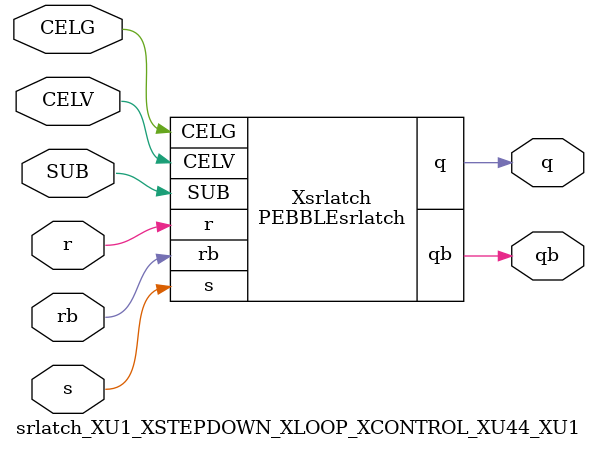
<source format=v>



module PEBBLEsrlatch ( q, qb, CELG, CELV, SUB, r, rb, s );

  input CELV;
  input s;
  output q;
  input rb;
  input r;
  input SUB;
  input CELG;
  output qb;
endmodule

//Celera Confidential Do Not Copy srlatch_XU1_XSTEPDOWN_XLOOP_XCONTROL_XU44_XU1
//Celera Confidential Symbol Generator
//SR Latch
module srlatch_XU1_XSTEPDOWN_XLOOP_XCONTROL_XU44_XU1 (CELV,CELG,s,r,rb,q,qb,SUB);
input CELV;
input CELG;
input s;
input r;
input rb;
input SUB;
output q;
output qb;

//Celera Confidential Do Not Copy srlatch
PEBBLEsrlatch Xsrlatch(
.CELV (CELV),
.r (r),
.s (s),
.q (q),
.qb (qb),
.rb (rb),
.SUB (SUB),
.CELG (CELG)
);
//,diesize,PEBBLEsrlatch

//Celera Confidential Do Not Copy Module End
//Celera Schematic Generator
endmodule

</source>
